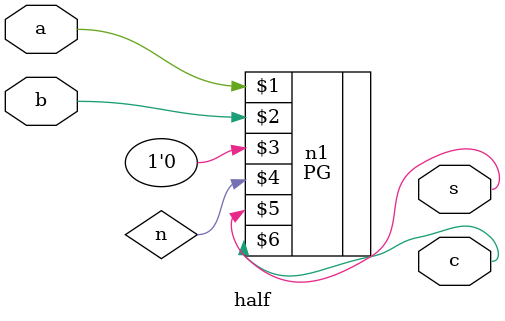
<source format=v>
`timescale 1ns / 1ps


module half(input a,b,
            output s,c
    );
	 wire n;
PG n1(a,b,1'b0,n,s,c);

endmodule
</source>
